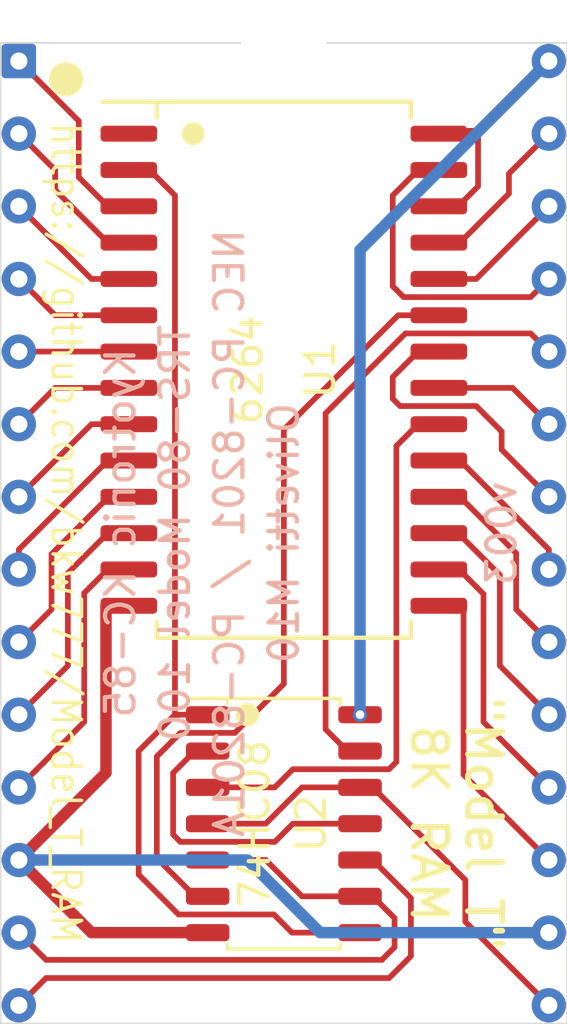
<source format=kicad_pcb>
(kicad_pcb (version 20171130) (host pcbnew 5.1.9-73d0e3b20d~88~ubuntu20.10.1)

  (general
    (thickness 1.6)
    (drawings 13)
    (tracks 150)
    (zones 0)
    (modules 4)
    (nets 32)
  )

  (page USLetter)
  (title_block
    (title "Model T RAM Module")
    (date 2021-04-20)
    (rev 003)
    (company b.kenyon.w@gmail.com)
  )

  (layers
    (0 F.Cu signal)
    (31 B.Cu signal)
    (32 B.Adhes user hide)
    (33 F.Adhes user hide)
    (34 B.Paste user hide)
    (35 F.Paste user hide)
    (36 B.SilkS user)
    (37 F.SilkS user)
    (38 B.Mask user)
    (39 F.Mask user)
    (40 Dwgs.User user)
    (41 Cmts.User user hide)
    (42 Eco1.User user hide)
    (43 Eco2.User user hide)
    (44 Edge.Cuts user)
    (45 Margin user hide)
    (46 B.CrtYd user hide)
    (47 F.CrtYd user hide)
  )

  (setup
    (last_trace_width 0.2)
    (user_trace_width 0.4)
    (trace_clearance 0.2)
    (zone_clearance 0.508)
    (zone_45_only no)
    (trace_min 0.2)
    (via_size 0.5)
    (via_drill 0.3)
    (via_min_size 0.5)
    (via_min_drill 0.3)
    (user_via 1.2 0.6)
    (uvia_size 0.5)
    (uvia_drill 0.3)
    (uvias_allowed no)
    (uvia_min_size 0.5)
    (uvia_min_drill 0.3)
    (edge_width 0.05)
    (segment_width 0.2)
    (pcb_text_width 0.3)
    (pcb_text_size 1.5 1.5)
    (mod_edge_width 0.12)
    (mod_text_size 1 1)
    (mod_text_width 0.15)
    (pad_size 1.524 1.524)
    (pad_drill 0.762)
    (pad_to_mask_clearance 0)
    (solder_mask_min_width 0.22)
    (aux_axis_origin 0 0)
    (grid_origin 142.24 99.06)
    (visible_elements FFFFFF7F)
    (pcbplotparams
      (layerselection 0x010f0_ffffffff)
      (usegerberextensions false)
      (usegerberattributes true)
      (usegerberadvancedattributes true)
      (creategerberjobfile true)
      (excludeedgelayer true)
      (linewidth 0.100000)
      (plotframeref false)
      (viasonmask false)
      (mode 1)
      (useauxorigin false)
      (hpglpennumber 1)
      (hpglpenspeed 20)
      (hpglpendiameter 15.000000)
      (psnegative false)
      (psa4output false)
      (plotreference true)
      (plotvalue true)
      (plotinvisibletext false)
      (padsonsilk false)
      (subtractmaskfromsilk false)
      (outputformat 1)
      (mirror false)
      (drillshape 0)
      (scaleselection 1)
      (outputdirectory "GERBER_Model_T_RAM"))
  )

  (net 0 "")
  (net 1 /~CS_C)
  (net 2 /~CS_D)
  (net 3 GND)
  (net 4 /~CS_A)
  (net 5 /~CS_B)
  (net 6 VCC)
  (net 7 /A11)
  (net 8 /A12)
  (net 9 /A7)
  (net 10 /A6)
  (net 11 /A5)
  (net 12 /AD3)
  (net 13 /A4)
  (net 14 /AD4)
  (net 15 /A3)
  (net 16 /AD5)
  (net 17 /A2)
  (net 18 /AD6)
  (net 19 /A1)
  (net 20 /AD7)
  (net 21 /A0)
  (net 22 /~OE)
  (net 23 /AD0)
  (net 24 /A10)
  (net 25 /AD1)
  (net 26 /AD2)
  (net 27 /~WE)
  (net 28 /A9)
  (net 29 /A8)
  (net 30 /~CE)
  (net 31 "Net-(U2-Pad11)")

  (net_class Default "This is the default net class."
    (clearance 0.2)
    (trace_width 0.2)
    (via_dia 0.5)
    (via_drill 0.3)
    (uvia_dia 0.5)
    (uvia_drill 0.3)
    (add_net /A0)
    (add_net /A1)
    (add_net /A10)
    (add_net /A11)
    (add_net /A12)
    (add_net /A2)
    (add_net /A3)
    (add_net /A4)
    (add_net /A5)
    (add_net /A6)
    (add_net /A7)
    (add_net /A8)
    (add_net /A9)
    (add_net /AD0)
    (add_net /AD1)
    (add_net /AD2)
    (add_net /AD3)
    (add_net /AD4)
    (add_net /AD5)
    (add_net /AD6)
    (add_net /AD7)
    (add_net /~CE)
    (add_net /~CS_A)
    (add_net /~CS_B)
    (add_net /~CS_C)
    (add_net /~CS_D)
    (add_net /~OE)
    (add_net /~WE)
    (add_net GND)
    (add_net "Net-(U2-Pad11)")
    (add_net VCC)
  )

  (module 000_LOCAL:SOIC-14_3.9x8.7mm_P1.27mm (layer F.Cu) (tedit 607E2016) (tstamp 607F0C15)
    (at 142.24 109.22)
    (descr "SOIC, 14 Pin (JEDEC MS-012AB, https://www.analog.com/media/en/package-pcb-resources/package/pkg_pdf/soic_narrow-r/r_14.pdf), generated with kicad-footprint-generator ipc_gullwing_generator.py")
    (tags "SOIC SO")
    (path /608031FE)
    (attr smd)
    (fp_text reference U2 (at 0.9525 0 -90) (layer F.SilkS)
      (effects (font (size 1 1) (thickness 0.15)))
    )
    (fp_text value 74HC08 (at -1.016 0 -90) (layer F.SilkS)
      (effects (font (size 1 1) (thickness 0.15)))
    )
    (fp_circle (center -1.27 -3.81) (end -1.0668 -3.81) (layer F.SilkS) (width 0.4064))
    (fp_line (start -1.9685 -4.191) (end -1.9685 -4.3815) (layer F.SilkS) (width 0.12))
    (fp_line (start 1.9685 -4.191) (end 1.9685 -4.3815) (layer F.SilkS) (width 0.12))
    (fp_line (start -3.3655 -4.3815) (end 1.9685 -4.3815) (layer F.SilkS) (width 0.12))
    (fp_line (start 1.9685 4.3815) (end 1.9685 4.191) (layer F.SilkS) (width 0.12))
    (fp_line (start -1.9685 4.3815) (end 1.9685 4.3815) (layer F.SilkS) (width 0.12))
    (fp_line (start -1.9685 4.191) (end -1.9685 4.3815) (layer F.SilkS) (width 0.12))
    (fp_line (start -0.975 -4.325) (end 1.95 -4.325) (layer F.Fab) (width 0.1))
    (fp_line (start 1.95 -4.325) (end 1.95 4.325) (layer F.Fab) (width 0.1))
    (fp_line (start 1.95 4.325) (end -1.95 4.325) (layer F.Fab) (width 0.1))
    (fp_line (start -1.95 4.325) (end -1.95 -3.35) (layer F.Fab) (width 0.1))
    (fp_line (start -1.95 -3.35) (end -0.975 -4.325) (layer F.Fab) (width 0.1))
    (fp_line (start -3.7 -4.58) (end -3.7 4.58) (layer F.CrtYd) (width 0.05))
    (fp_line (start -3.7 4.58) (end 3.7 4.58) (layer F.CrtYd) (width 0.05))
    (fp_line (start 3.7 4.58) (end 3.7 -4.58) (layer F.CrtYd) (width 0.05))
    (fp_line (start 3.7 -4.58) (end -3.7 -4.58) (layer F.CrtYd) (width 0.05))
    (fp_text user %R (at 0 0) (layer F.Fab)
      (effects (font (size 0.98 0.98) (thickness 0.15)))
    )
    (pad 14 smd roundrect (at 2.6655 -3.81) (size 1.524 0.6) (layers F.Cu F.Paste F.Mask) (roundrect_rratio 0.25)
      (net 6 VCC))
    (pad 13 smd roundrect (at 2.6655 -2.54) (size 1.524 0.6) (layers F.Cu F.Paste F.Mask) (roundrect_rratio 0.25)
      (net 2 /~CS_D))
    (pad 12 smd roundrect (at 2.6655 -1.27) (size 1.524 0.6) (layers F.Cu F.Paste F.Mask) (roundrect_rratio 0.25)
      (net 1 /~CS_C))
    (pad 11 smd roundrect (at 2.6655 0) (size 1.524 0.6) (layers F.Cu F.Paste F.Mask) (roundrect_rratio 0.25)
      (net 31 "Net-(U2-Pad11)"))
    (pad 10 smd roundrect (at 2.6655 1.27) (size 1.524 0.6) (layers F.Cu F.Paste F.Mask) (roundrect_rratio 0.25)
      (net 5 /~CS_B))
    (pad 9 smd roundrect (at 2.6655 2.54) (size 1.524 0.6) (layers F.Cu F.Paste F.Mask) (roundrect_rratio 0.25)
      (net 4 /~CS_A))
    (pad 8 smd roundrect (at 2.6655 3.81) (size 1.524 0.6) (layers F.Cu F.Paste F.Mask) (roundrect_rratio 0.25)
      (net 8 /A12))
    (pad 7 smd roundrect (at -2.6655 3.81) (size 1.524 0.6) (layers F.Cu F.Paste F.Mask) (roundrect_rratio 0.25)
      (net 3 GND))
    (pad 6 smd roundrect (at -2.6655 2.54) (size 1.524 0.6) (layers F.Cu F.Paste F.Mask) (roundrect_rratio 0.25)
      (net 7 /A11))
    (pad 5 smd roundrect (at -2.6655 1.27) (size 1.524 0.6) (layers F.Cu F.Paste F.Mask) (roundrect_rratio 0.25)
      (net 4 /~CS_A))
    (pad 4 smd roundrect (at -2.6655 0) (size 1.524 0.6) (layers F.Cu F.Paste F.Mask) (roundrect_rratio 0.25)
      (net 1 /~CS_C))
    (pad 3 smd roundrect (at -2.6655 -1.27) (size 1.524 0.6) (layers F.Cu F.Paste F.Mask) (roundrect_rratio 0.25)
      (net 30 /~CE))
    (pad 2 smd roundrect (at -2.6655 -2.54) (size 1.524 0.6) (layers F.Cu F.Paste F.Mask) (roundrect_rratio 0.25)
      (net 31 "Net-(U2-Pad11)"))
    (pad 1 smd roundrect (at -2.6655 -3.81) (size 1.524 0.6) (layers F.Cu F.Paste F.Mask) (roundrect_rratio 0.25)
      (net 8 /A12))
    (model ${KIPRJMOD}/000_LOCAL.pretty/packages3d/SOIC-14_3.9x8.7mm_P1.27mm.step
      (at (xyz 0 0 0))
      (scale (xyz 1 1 1))
      (rotate (xyz 0 0 0))
    )
  )

  (module 000_LOCAL:AS6C6264-55SCN (layer F.Cu) (tedit 6074F0E5) (tstamp 6075359D)
    (at 142.24 93.345)
    (path /60748B1A)
    (attr smd)
    (fp_text reference U1 (at 1.27 0 -90) (layer F.SilkS)
      (effects (font (size 1 1) (thickness 0.15)))
    )
    (fp_text value 6264 (at -1.27 0 -90) (layer F.SilkS)
      (effects (font (size 1 1) (thickness 0.15)))
    )
    (fp_circle (center -3.175 -8.255) (end -2.975 -8.255) (layer F.SilkS) (width 0.4))
    (fp_line (start 4.445 -8.81634) (end 4.445 -9.3726) (layer F.SilkS) (width 0.1524))
    (fp_line (start -4.445 8.81634) (end -4.445 9.3726) (layer F.SilkS) (width 0.1524))
    (fp_line (start -4.445 -9.3726) (end -4.445 -8.81634) (layer F.SilkS) (width 0.1524))
    (fp_line (start 4.445 -9.3726) (end -6.35 -9.3726) (layer F.SilkS) (width 0.1524))
    (fp_line (start 4.445 9.3726) (end 4.445 8.81634) (layer F.SilkS) (width 0.1524))
    (fp_line (start -4.445 9.3726) (end 4.445 9.3726) (layer F.SilkS) (width 0.1524))
    (pad 28 smd roundrect (at 5.4229 -8.255) (size 1.9812 0.5588) (layers F.Cu F.Paste F.Mask) (roundrect_rratio 0.25)
      (net 6 VCC))
    (pad 27 smd roundrect (at 5.4229 -6.985) (size 1.9812 0.5588) (layers F.Cu F.Paste F.Mask) (roundrect_rratio 0.25)
      (net 27 /~WE))
    (pad 26 smd roundrect (at 5.4229 -5.715) (size 1.9812 0.5588) (layers F.Cu F.Paste F.Mask) (roundrect_rratio 0.25)
      (net 6 VCC))
    (pad 25 smd roundrect (at 5.4229 -4.445) (size 1.9812 0.5588) (layers F.Cu F.Paste F.Mask) (roundrect_rratio 0.25)
      (net 29 /A8))
    (pad 24 smd roundrect (at 5.4229 -3.175) (size 1.9812 0.5588) (layers F.Cu F.Paste F.Mask) (roundrect_rratio 0.25)
      (net 28 /A9))
    (pad 23 smd roundrect (at 5.4229 -1.905) (size 1.9812 0.5588) (layers F.Cu F.Paste F.Mask) (roundrect_rratio 0.25)
      (net 7 /A11))
    (pad 22 smd roundrect (at 5.4229 -0.635) (size 1.9812 0.5588) (layers F.Cu F.Paste F.Mask) (roundrect_rratio 0.25)
      (net 22 /~OE))
    (pad 21 smd roundrect (at 5.4229 0.635) (size 1.9812 0.5588) (layers F.Cu F.Paste F.Mask) (roundrect_rratio 0.25)
      (net 24 /A10))
    (pad 20 smd roundrect (at 5.4229 1.905) (size 1.9812 0.5588) (layers F.Cu F.Paste F.Mask) (roundrect_rratio 0.25)
      (net 30 /~CE))
    (pad 19 smd roundrect (at 5.4229 3.175) (size 1.9812 0.5588) (layers F.Cu F.Paste F.Mask) (roundrect_rratio 0.25)
      (net 20 /AD7))
    (pad 18 smd roundrect (at 5.4229 4.445) (size 1.9812 0.5588) (layers F.Cu F.Paste F.Mask) (roundrect_rratio 0.25)
      (net 18 /AD6))
    (pad 17 smd roundrect (at 5.4229 5.715) (size 1.9812 0.5588) (layers F.Cu F.Paste F.Mask) (roundrect_rratio 0.25)
      (net 16 /AD5))
    (pad 16 smd roundrect (at 5.4229 6.985) (size 1.9812 0.5588) (layers F.Cu F.Paste F.Mask) (roundrect_rratio 0.25)
      (net 14 /AD4))
    (pad 15 smd roundrect (at 5.4229 8.255) (size 1.9812 0.5588) (layers F.Cu F.Paste F.Mask) (roundrect_rratio 0.25)
      (net 12 /AD3))
    (pad 14 smd roundrect (at -5.4229 8.255) (size 1.9812 0.5588) (layers F.Cu F.Paste F.Mask) (roundrect_rratio 0.25)
      (net 3 GND))
    (pad 13 smd roundrect (at -5.4229 6.985) (size 1.9812 0.5588) (layers F.Cu F.Paste F.Mask) (roundrect_rratio 0.25)
      (net 26 /AD2))
    (pad 12 smd roundrect (at -5.4229 5.715) (size 1.9812 0.5588) (layers F.Cu F.Paste F.Mask) (roundrect_rratio 0.25)
      (net 25 /AD1))
    (pad 11 smd roundrect (at -5.4229 4.445) (size 1.9812 0.5588) (layers F.Cu F.Paste F.Mask) (roundrect_rratio 0.25)
      (net 23 /AD0))
    (pad 10 smd roundrect (at -5.4229 3.175) (size 1.9812 0.5588) (layers F.Cu F.Paste F.Mask) (roundrect_rratio 0.25)
      (net 21 /A0))
    (pad 9 smd roundrect (at -5.4229 1.905) (size 1.9812 0.5588) (layers F.Cu F.Paste F.Mask) (roundrect_rratio 0.25)
      (net 19 /A1))
    (pad 8 smd roundrect (at -5.4229 0.635) (size 1.9812 0.5588) (layers F.Cu F.Paste F.Mask) (roundrect_rratio 0.25)
      (net 17 /A2))
    (pad 7 smd roundrect (at -5.4229 -0.635) (size 1.9812 0.5588) (layers F.Cu F.Paste F.Mask) (roundrect_rratio 0.25)
      (net 15 /A3))
    (pad 6 smd roundrect (at -5.4229 -1.905) (size 1.9812 0.5588) (layers F.Cu F.Paste F.Mask) (roundrect_rratio 0.25)
      (net 13 /A4))
    (pad 5 smd roundrect (at -5.4229 -3.175) (size 1.9812 0.5588) (layers F.Cu F.Paste F.Mask) (roundrect_rratio 0.25)
      (net 11 /A5))
    (pad 4 smd roundrect (at -5.4229 -4.445) (size 1.9812 0.5588) (layers F.Cu F.Paste F.Mask) (roundrect_rratio 0.25)
      (net 10 /A6))
    (pad 3 smd roundrect (at -5.4229 -5.715) (size 1.9812 0.5588) (layers F.Cu F.Paste F.Mask) (roundrect_rratio 0.25)
      (net 9 /A7))
    (pad 2 smd roundrect (at -5.4229 -6.985) (size 1.9812 0.5588) (layers F.Cu F.Paste F.Mask) (roundrect_rratio 0.25)
      (net 8 /A12))
    (pad 1 smd roundrect (at -5.4229 -8.255) (size 1.9812 0.5588) (layers F.Cu F.Paste F.Mask) (roundrect_rratio 0.25))
    (model ${KIPRJMOD}/000_LOCAL.pretty/packages3d/SOP-28_MIL330_ALL.step
      (at (xyz 0 0 0))
      (scale (xyz 1 1 1))
      (rotate (xyz 0 0 0))
    )
  )

  (module 000_LOCAL:NPTH_3mm (layer F.Cu) (tedit 6074CF23) (tstamp 60756BA2)
    (at 142.24 81.915)
    (fp_text reference REF** (at 0 2 unlocked) (layer F.SilkS) hide
      (effects (font (size 1 1) (thickness 0.1)))
    )
    (fp_text value NPTH_3mm (at 0 -2) (layer F.Fab)
      (effects (font (size 1 1) (thickness 0.1)))
    )
    (pad "" np_thru_hole circle (at 0 0) (size 3 3) (drill 3) (layers *.Cu *.Mask))
  )

  (module 000_LOCAL:DIP28_0.73_pcb_sil_pins (layer F.Cu) (tedit 6074CBA6) (tstamp 6074D6F1)
    (at 142.24 99.06)
    (descr "28-lead though-hole mounted DIP package, row spacing 15.24 mm (600 mils)")
    (tags "THT DIP DIL PDIP 2.54mm 15.24mm 600mil")
    (path /60746CE1)
    (fp_text reference J1 (at 0 0 -90) (layer F.SilkS) hide
      (effects (font (size 1 1) (thickness 0.15)))
    )
    (fp_text value KC-85_RAM (at -1.5 0 -90) (layer F.Fab)
      (effects (font (size 1 1) (thickness 0.15)))
    )
    (fp_line (start 9.8806 -17.1196) (end -9.8806 -17.1196) (layer F.CrtYd) (width 0.01))
    (fp_line (start 9.8806 17.1196) (end 9.8806 -17.1196) (layer F.CrtYd) (width 0.01))
    (fp_line (start -9.8806 17.1196) (end 9.8806 17.1196) (layer F.CrtYd) (width 0.01))
    (fp_line (start -9.8806 -17.1196) (end -9.8806 17.1196) (layer F.CrtYd) (width 0.01))
    (fp_text user %R (at 0 0 -90) (layer F.Fab)
      (effects (font (size 1 1) (thickness 0.15)))
    )
    (pad 1 thru_hole roundrect (at -9.271 -16.51) (size 1.2 1.2) (drill 0.6) (layers *.Cu *.Mask) (roundrect_rratio 0.1)
      (net 9 /A7))
    (pad 15 thru_hole circle (at 9.271 16.51) (size 1.2 1.2) (drill 0.6) (layers *.Cu *.Mask)
      (net 1 /~CS_C))
    (pad 2 thru_hole circle (at -9.271 -13.97) (size 1.2 1.2) (drill 0.6) (layers *.Cu *.Mask)
      (net 10 /A6))
    (pad 16 thru_hole circle (at 9.271 13.97) (size 1.2 1.2) (drill 0.6) (layers *.Cu *.Mask)
      (net 3 GND))
    (pad 3 thru_hole circle (at -9.271 -11.43) (size 1.2 1.2) (drill 0.6) (layers *.Cu *.Mask)
      (net 11 /A5))
    (pad 17 thru_hole circle (at 9.271 11.43) (size 1.2 1.2) (drill 0.6) (layers *.Cu *.Mask)
      (net 12 /AD3))
    (pad 4 thru_hole circle (at -9.271 -8.89) (size 1.2 1.2) (drill 0.6) (layers *.Cu *.Mask)
      (net 13 /A4))
    (pad 18 thru_hole circle (at 9.271 8.89) (size 1.2 1.2) (drill 0.6) (layers *.Cu *.Mask)
      (net 14 /AD4))
    (pad 5 thru_hole circle (at -9.271 -6.35) (size 1.2 1.2) (drill 0.6) (layers *.Cu *.Mask)
      (net 15 /A3))
    (pad 19 thru_hole circle (at 9.271 6.35) (size 1.2 1.2) (drill 0.6) (layers *.Cu *.Mask)
      (net 16 /AD5))
    (pad 6 thru_hole circle (at -9.271 -3.81) (size 1.2 1.2) (drill 0.6) (layers *.Cu *.Mask)
      (net 17 /A2))
    (pad 20 thru_hole circle (at 9.271 3.81) (size 1.2 1.2) (drill 0.6) (layers *.Cu *.Mask)
      (net 18 /AD6))
    (pad 7 thru_hole circle (at -9.271 -1.27) (size 1.2 1.2) (drill 0.6) (layers *.Cu *.Mask)
      (net 19 /A1))
    (pad 21 thru_hole circle (at 9.271 1.27) (size 1.2 1.2) (drill 0.6) (layers *.Cu *.Mask)
      (net 20 /AD7))
    (pad 8 thru_hole circle (at -9.271 1.27) (size 1.2 1.2) (drill 0.6) (layers *.Cu *.Mask)
      (net 21 /A0))
    (pad 22 thru_hole circle (at 9.271 -1.27) (size 1.2 1.2) (drill 0.6) (layers *.Cu *.Mask)
      (net 22 /~OE))
    (pad 9 thru_hole circle (at -9.271 3.81) (size 1.2 1.2) (drill 0.6) (layers *.Cu *.Mask)
      (net 23 /AD0))
    (pad 23 thru_hole circle (at 9.271 -3.81) (size 1.2 1.2) (drill 0.6) (layers *.Cu *.Mask)
      (net 24 /A10))
    (pad 10 thru_hole circle (at -9.271 6.35) (size 1.2 1.2) (drill 0.6) (layers *.Cu *.Mask)
      (net 25 /AD1))
    (pad 24 thru_hole circle (at 9.271 -6.35) (size 1.2 1.2) (drill 0.6) (layers *.Cu *.Mask)
      (net 2 /~CS_D))
    (pad 11 thru_hole circle (at -9.271 8.89) (size 1.2 1.2) (drill 0.6) (layers *.Cu *.Mask)
      (net 26 /AD2))
    (pad 25 thru_hole circle (at 9.271 -8.89) (size 1.2 1.2) (drill 0.6) (layers *.Cu *.Mask)
      (net 27 /~WE))
    (pad 12 thru_hole circle (at -9.271 11.43) (size 1.2 1.2) (drill 0.6) (layers *.Cu *.Mask)
      (net 3 GND))
    (pad 26 thru_hole circle (at 9.271 -11.43) (size 1.2 1.2) (drill 0.6) (layers *.Cu *.Mask)
      (net 28 /A9))
    (pad 13 thru_hole circle (at -9.271 13.97) (size 1.2 1.2) (drill 0.6) (layers *.Cu *.Mask)
      (net 4 /~CS_A))
    (pad 27 thru_hole circle (at 9.271 -13.97) (size 1.2 1.2) (drill 0.6) (layers *.Cu *.Mask)
      (net 29 /A8))
    (pad 14 thru_hole circle (at -9.271 16.51) (size 1.2 1.2) (drill 0.6) (layers *.Cu *.Mask)
      (net 5 /~CS_B))
    (pad 28 thru_hole circle (at 9.271 -16.51) (size 1.2 1.2) (drill 0.6) (layers *.Cu *.Mask)
      (net 6 VCC))
    (model ${KIPRJMOD}/000_LOCAL.pretty/packages3d/DIL_LEG.step
      (offset (xyz -9.271000000000001 16.51 0.18034))
      (scale (xyz 1 1 1))
      (rotate (xyz 0 0 0))
    )
    (model ${KIPRJMOD}/000_LOCAL.pretty/packages3d/DIL_LEG.step
      (offset (xyz -9.271000000000001 13.97 0.18034))
      (scale (xyz 1 1 1))
      (rotate (xyz 0 0 0))
    )
    (model ${KIPRJMOD}/000_LOCAL.pretty/packages3d/DIL_LEG.step
      (offset (xyz -9.271000000000001 11.43 0.18034))
      (scale (xyz 1 1 1))
      (rotate (xyz 0 0 0))
    )
    (model ${KIPRJMOD}/000_LOCAL.pretty/packages3d/DIL_LEG.step
      (offset (xyz -9.271000000000001 8.890000000000001 0.18034))
      (scale (xyz 1 1 1))
      (rotate (xyz 0 0 0))
    )
    (model ${KIPRJMOD}/000_LOCAL.pretty/packages3d/DIL_LEG.step
      (offset (xyz -9.271000000000001 6.35 0.18034))
      (scale (xyz 1 1 1))
      (rotate (xyz 0 0 0))
    )
    (model ${KIPRJMOD}/000_LOCAL.pretty/packages3d/DIL_LEG.step
      (offset (xyz -9.271000000000001 3.81 0.18034))
      (scale (xyz 1 1 1))
      (rotate (xyz 0 0 0))
    )
    (model ${KIPRJMOD}/000_LOCAL.pretty/packages3d/DIL_LEG.step
      (offset (xyz -9.271000000000001 1.27 0.18034))
      (scale (xyz 1 1 1))
      (rotate (xyz 0 0 0))
    )
    (model ${KIPRJMOD}/000_LOCAL.pretty/packages3d/DIL_LEG.step
      (offset (xyz -9.271000000000001 -1.27 0.18034))
      (scale (xyz 1 1 1))
      (rotate (xyz 0 0 0))
    )
    (model ${KIPRJMOD}/000_LOCAL.pretty/packages3d/DIL_LEG.step
      (offset (xyz -9.271000000000001 -3.81 0.18034))
      (scale (xyz 1 1 1))
      (rotate (xyz 0 0 0))
    )
    (model ${KIPRJMOD}/000_LOCAL.pretty/packages3d/DIL_LEG.step
      (offset (xyz -9.271000000000001 -6.35 0.18034))
      (scale (xyz 1 1 1))
      (rotate (xyz 0 0 0))
    )
    (model ${KIPRJMOD}/000_LOCAL.pretty/packages3d/DIL_LEG.step
      (offset (xyz -9.271000000000001 -8.890000000000001 0.18034))
      (scale (xyz 1 1 1))
      (rotate (xyz 0 0 0))
    )
    (model ${KIPRJMOD}/000_LOCAL.pretty/packages3d/DIL_LEG.step
      (offset (xyz -9.271000000000001 -11.43 0.18034))
      (scale (xyz 1 1 1))
      (rotate (xyz 0 0 0))
    )
    (model ${KIPRJMOD}/000_LOCAL.pretty/packages3d/DIL_LEG.step
      (offset (xyz -9.271000000000001 -13.97 0.18034))
      (scale (xyz 1 1 1))
      (rotate (xyz 0 0 0))
    )
    (model ${KIPRJMOD}/000_LOCAL.pretty/packages3d/DIL_LEG.step
      (offset (xyz -9.271000000000001 -16.51 0.18034))
      (scale (xyz 1 1 1))
      (rotate (xyz 0 0 0))
    )
    (model ${KIPRJMOD}/000_LOCAL.pretty/packages3d/DIL_LEG.step
      (offset (xyz 9.271000000000001 -16.51 0.18034))
      (scale (xyz 1 1 1))
      (rotate (xyz 0 0 0))
    )
    (model ${KIPRJMOD}/000_LOCAL.pretty/packages3d/DIL_LEG.step
      (offset (xyz 9.271000000000001 -13.97 0.18034))
      (scale (xyz 1 1 1))
      (rotate (xyz 0 0 0))
    )
    (model ${KIPRJMOD}/000_LOCAL.pretty/packages3d/DIL_LEG.step
      (offset (xyz 9.271000000000001 -11.43 0.18034))
      (scale (xyz 1 1 1))
      (rotate (xyz 0 0 0))
    )
    (model ${KIPRJMOD}/000_LOCAL.pretty/packages3d/DIL_LEG.step
      (offset (xyz 9.271000000000001 -8.890000000000001 0.18034))
      (scale (xyz 1 1 1))
      (rotate (xyz 0 0 0))
    )
    (model ${KIPRJMOD}/000_LOCAL.pretty/packages3d/DIL_LEG.step
      (offset (xyz 9.271000000000001 -6.35 0.18034))
      (scale (xyz 1 1 1))
      (rotate (xyz 0 0 0))
    )
    (model ${KIPRJMOD}/000_LOCAL.pretty/packages3d/DIL_LEG.step
      (offset (xyz 9.271000000000001 -3.81 0.18034))
      (scale (xyz 1 1 1))
      (rotate (xyz 0 0 0))
    )
    (model ${KIPRJMOD}/000_LOCAL.pretty/packages3d/DIL_LEG.step
      (offset (xyz 9.271000000000001 -1.27 0.18034))
      (scale (xyz 1 1 1))
      (rotate (xyz 0 0 0))
    )
    (model ${KIPRJMOD}/000_LOCAL.pretty/packages3d/DIL_LEG.step
      (offset (xyz 9.271000000000001 1.27 0.18034))
      (scale (xyz 1 1 1))
      (rotate (xyz 0 0 0))
    )
    (model ${KIPRJMOD}/000_LOCAL.pretty/packages3d/DIL_LEG.step
      (offset (xyz 9.271000000000001 3.81 0.18034))
      (scale (xyz 1 1 1))
      (rotate (xyz 0 0 0))
    )
    (model ${KIPRJMOD}/000_LOCAL.pretty/packages3d/DIL_LEG.step
      (offset (xyz 9.271000000000001 6.35 0.18034))
      (scale (xyz 1 1 1))
      (rotate (xyz 0 0 0))
    )
    (model ${KIPRJMOD}/000_LOCAL.pretty/packages3d/DIL_LEG.step
      (offset (xyz 9.271000000000001 8.890000000000001 0.18034))
      (scale (xyz 1 1 1))
      (rotate (xyz 0 0 0))
    )
    (model ${KIPRJMOD}/000_LOCAL.pretty/packages3d/DIL_LEG.step
      (offset (xyz 9.271000000000001 11.43 0.18034))
      (scale (xyz 1 1 1))
      (rotate (xyz 0 0 0))
    )
    (model ${KIPRJMOD}/000_LOCAL.pretty/packages3d/DIL_LEG.step
      (offset (xyz 9.271000000000001 13.97 0.18034))
      (scale (xyz 1 1 1))
      (rotate (xyz 0 0 0))
    )
    (model ${KIPRJMOD}/000_LOCAL.pretty/packages3d/DIL_LEG.step
      (offset (xyz 9.271000000000001 16.51 0.18034))
      (scale (xyz 1 1 1))
      (rotate (xyz 0 0 0))
    )
  )

  (gr_text v003 (at 149.86 99.06 90) (layer B.SilkS)
    (effects (font (size 1 1) (thickness 0.15)) (justify mirror))
  )
  (gr_text "Olivetti M10" (at 142.24 99.06 90) (layer B.SilkS) (tstamp 6075FF6C)
    (effects (font (size 1 1) (thickness 0.15)) (justify mirror))
  )
  (gr_text "NEC PC-8201 / PC-8201A" (at 140.335 99.06 90) (layer B.SilkS) (tstamp 6075FF6A)
    (effects (font (size 1 1) (thickness 0.15)) (justify mirror))
  )
  (gr_text "Kyotronic KC-85" (at 136.525 99.06 90) (layer B.SilkS) (tstamp 6075FF68)
    (effects (font (size 1 1) (thickness 0.15)) (justify mirror))
  )
  (gr_text "TRS-80 Model 100" (at 138.43 99.06 -270) (layer B.SilkS)
    (effects (font (size 1 1) (thickness 0.15)) (justify mirror))
  )
  (gr_text https://github.com/bkw777/Model_T_RAM (at 134.62 99.06 -90) (layer F.SilkS)
    (effects (font (size 1 0.9) (thickness 0.12)))
  )
  (gr_circle (center 134.62 83.185) (end 134.92 83.185) (layer F.SilkS) (width 0.6))
  (gr_text "8K RAM" (at 147.32 109.22 -90) (layer F.SilkS) (tstamp 607587F3)
    (effects (font (size 1.2 1.2) (thickness 0.2)))
  )
  (gr_text "\"Model T\"" (at 149.225 109.22 -90) (layer F.SilkS)
    (effects (font (size 1.2 1.2) (thickness 0.2)))
  )
  (gr_line (start 152.146 81.915) (end 132.334 81.915) (layer Edge.Cuts) (width 0.05) (tstamp 6074DB6C))
  (gr_line (start 152.146 116.205) (end 152.146 81.915) (layer Edge.Cuts) (width 0.05))
  (gr_line (start 132.334 116.205) (end 152.146 116.205) (layer Edge.Cuts) (width 0.05))
  (gr_line (start 132.334 81.915) (end 132.334 116.205) (layer Edge.Cuts) (width 0.05))

  (segment (start 142.875 107.95) (end 144.9055 107.95) (width 0.2) (layer F.Cu) (net 1))
  (segment (start 141.605 109.22) (end 142.875 107.95) (width 0.2) (layer F.Cu) (net 1))
  (segment (start 139.5745 109.22) (end 141.605 109.22) (width 0.2) (layer F.Cu) (net 1))
  (segment (start 148.59 112.649) (end 151.511 115.57) (width 0.2) (layer F.Cu) (net 1))
  (segment (start 148.59 111.1885) (end 148.59 112.649) (width 0.2) (layer F.Cu) (net 1))
  (segment (start 145.3515 107.95) (end 148.59 111.1885) (width 0.2) (layer F.Cu) (net 1))
  (segment (start 144.9055 107.95) (end 145.3515 107.95) (width 0.2) (layer F.Cu) (net 1))
  (segment (start 150.876 92.075) (end 151.511 92.71) (width 0.2) (layer F.Cu) (net 2))
  (segment (start 146.4945 92.075) (end 150.876 92.075) (width 0.2) (layer F.Cu) (net 2))
  (segment (start 143.7005 94.869) (end 146.4945 92.075) (width 0.2) (layer F.Cu) (net 2))
  (segment (start 143.7005 105.918) (end 143.7005 94.869) (width 0.2) (layer F.Cu) (net 2))
  (segment (start 144.4625 106.68) (end 143.7005 105.918) (width 0.2) (layer F.Cu) (net 2))
  (segment (start 144.9055 106.68) (end 144.4625 106.68) (width 0.2) (layer F.Cu) (net 2))
  (segment (start 136.017 107.442) (end 132.969 110.49) (width 0.4) (layer F.Cu) (net 3))
  (segment (start 136.017 101.6) (end 136.017 107.442) (width 0.4) (layer F.Cu) (net 3))
  (segment (start 136.8171 101.6) (end 136.017 101.6) (width 0.4) (layer F.Cu) (net 3))
  (segment (start 143.51 113.03) (end 151.511 113.03) (width 0.4) (layer B.Cu) (net 3))
  (segment (start 140.97 110.49) (end 143.51 113.03) (width 0.4) (layer B.Cu) (net 3))
  (segment (start 132.969 110.49) (end 140.97 110.49) (width 0.4) (layer B.Cu) (net 3))
  (segment (start 135.509 113.03) (end 132.969 110.49) (width 0.4) (layer F.Cu) (net 3))
  (segment (start 139.5745 113.03) (end 135.509 113.03) (width 0.4) (layer F.Cu) (net 3))
  (segment (start 142.875 111.76) (end 144.9055 111.76) (width 0.2) (layer F.Cu) (net 4))
  (segment (start 141.605 110.49) (end 142.875 111.76) (width 0.2) (layer F.Cu) (net 4))
  (segment (start 139.5745 110.49) (end 141.605 110.49) (width 0.2) (layer F.Cu) (net 4))
  (segment (start 145.3515 111.76) (end 144.9055 111.76) (width 0.2) (layer F.Cu) (net 4))
  (segment (start 146.1135 112.522) (end 145.3515 111.76) (width 0.2) (layer F.Cu) (net 4))
  (segment (start 146.1135 113.538) (end 146.1135 112.522) (width 0.2) (layer F.Cu) (net 4))
  (segment (start 145.669 113.9825) (end 146.1135 113.538) (width 0.2) (layer F.Cu) (net 4))
  (segment (start 133.9215 113.9825) (end 145.669 113.9825) (width 0.2) (layer F.Cu) (net 4))
  (segment (start 132.969 113.03) (end 133.9215 113.9825) (width 0.2) (layer F.Cu) (net 4))
  (segment (start 145.3515 110.49) (end 144.9055 110.49) (width 0.2) (layer F.Cu) (net 5))
  (segment (start 146.685 111.8235) (end 145.3515 110.49) (width 0.2) (layer F.Cu) (net 5))
  (segment (start 145.923 114.6175) (end 146.685 113.8555) (width 0.2) (layer F.Cu) (net 5))
  (segment (start 146.685 113.8555) (end 146.685 111.8235) (width 0.2) (layer F.Cu) (net 5))
  (segment (start 133.9215 114.6175) (end 145.923 114.6175) (width 0.2) (layer F.Cu) (net 5))
  (segment (start 132.969 115.57) (end 133.9215 114.6175) (width 0.2) (layer F.Cu) (net 5))
  (segment (start 148.971 85.09) (end 151.511 82.55) (width 0.4) (layer F.Cu) (net 6))
  (segment (start 148.971 85.09) (end 147.6629 85.09) (width 0.4) (layer F.Cu) (net 6))
  (segment (start 144.9055 89.1555) (end 151.511 82.55) (width 0.4) (layer B.Cu) (net 6))
  (segment (start 144.9055 105.41) (end 144.9055 89.1555) (width 0.4) (layer B.Cu) (net 6))
  (via (at 144.9055 105.41) (size 0.5) (drill 0.3) (layers F.Cu B.Cu) (net 6))
  (segment (start 149.0345 86.9315) (end 149.0345 85.1535) (width 0.2) (layer F.Cu) (net 6))
  (segment (start 148.336 87.63) (end 149.0345 86.9315) (width 0.2) (layer F.Cu) (net 6))
  (segment (start 149.0345 85.1535) (end 148.971 85.09) (width 0.2) (layer F.Cu) (net 6))
  (segment (start 147.6629 87.63) (end 148.336 87.63) (width 0.2) (layer F.Cu) (net 6))
  (segment (start 142.24 95.4405) (end 146.2405 91.44) (width 0.2) (layer F.Cu) (net 7))
  (segment (start 140.5255 106.045) (end 142.24 104.3305) (width 0.2) (layer F.Cu) (net 7))
  (segment (start 146.2405 91.44) (end 147.6629 91.44) (width 0.2) (layer F.Cu) (net 7))
  (segment (start 142.24 104.3305) (end 142.24 95.4405) (width 0.2) (layer F.Cu) (net 7))
  (segment (start 138.6205 106.045) (end 140.5255 106.045) (width 0.2) (layer F.Cu) (net 7))
  (segment (start 137.795 110.4265) (end 137.795 106.8705) (width 0.2) (layer F.Cu) (net 7))
  (segment (start 139.1285 111.76) (end 137.795 110.4265) (width 0.2) (layer F.Cu) (net 7))
  (segment (start 137.795 106.8705) (end 138.6205 106.045) (width 0.2) (layer F.Cu) (net 7))
  (segment (start 139.5745 111.76) (end 139.1285 111.76) (width 0.2) (layer F.Cu) (net 7))
  (segment (start 138.43 105.41) (end 139.5745 105.41) (width 0.2) (layer F.Cu) (net 8))
  (segment (start 138.43 87.249) (end 138.43 105.41) (width 0.2) (layer F.Cu) (net 8))
  (segment (start 137.541 86.36) (end 138.43 87.249) (width 0.2) (layer F.Cu) (net 8))
  (segment (start 136.8171 86.36) (end 137.541 86.36) (width 0.2) (layer F.Cu) (net 8))
  (segment (start 142.52575 113.03) (end 144.9055 113.03) (width 0.2) (layer F.Cu) (net 8))
  (segment (start 138.557 112.395) (end 141.89075 112.395) (width 0.2) (layer F.Cu) (net 8))
  (segment (start 141.89075 112.395) (end 142.52575 113.03) (width 0.2) (layer F.Cu) (net 8))
  (segment (start 137.16 110.998) (end 138.557 112.395) (width 0.2) (layer F.Cu) (net 8))
  (segment (start 137.16 106.68) (end 137.16 110.998) (width 0.2) (layer F.Cu) (net 8))
  (segment (start 138.43 105.41) (end 137.16 106.68) (width 0.2) (layer F.Cu) (net 8))
  (segment (start 135.0645 86.614) (end 135.0645 84.6455) (width 0.2) (layer F.Cu) (net 9))
  (segment (start 136.0805 87.63) (end 135.0645 86.614) (width 0.2) (layer F.Cu) (net 9))
  (segment (start 135.0645 84.6455) (end 132.969 82.55) (width 0.2) (layer F.Cu) (net 9))
  (segment (start 136.8171 87.63) (end 136.0805 87.63) (width 0.2) (layer F.Cu) (net 9))
  (segment (start 134.239 86.36) (end 132.969 85.09) (width 0.2) (layer F.Cu) (net 10))
  (segment (start 134.239 87.0585) (end 134.239 86.36) (width 0.2) (layer F.Cu) (net 10))
  (segment (start 136.0805 88.9) (end 134.239 87.0585) (width 0.2) (layer F.Cu) (net 10))
  (segment (start 136.8171 88.9) (end 136.0805 88.9) (width 0.2) (layer F.Cu) (net 10))
  (segment (start 136.8171 90.17) (end 135.509 90.17) (width 0.2) (layer F.Cu) (net 11))
  (segment (start 135.509 90.17) (end 132.969 87.63) (width 0.2) (layer F.Cu) (net 11))
  (segment (start 148.5265 101.6) (end 147.6629 101.6) (width 0.2) (layer F.Cu) (net 12))
  (segment (start 148.5265 107.5055) (end 148.5265 101.6) (width 0.2) (layer F.Cu) (net 12))
  (segment (start 151.511 110.49) (end 148.5265 107.5055) (width 0.2) (layer F.Cu) (net 12))
  (segment (start 134.239 91.44) (end 132.969 90.17) (width 0.2) (layer F.Cu) (net 13))
  (segment (start 136.8171 91.44) (end 134.239 91.44) (width 0.2) (layer F.Cu) (net 13))
  (segment (start 148.36775 100.33) (end 147.6629 100.33) (width 0.2) (layer F.Cu) (net 14))
  (segment (start 149.225 101.18725) (end 148.36775 100.33) (width 0.2) (layer F.Cu) (net 14))
  (segment (start 149.225 105.664) (end 149.225 101.18725) (width 0.2) (layer F.Cu) (net 14))
  (segment (start 151.511 107.95) (end 149.225 105.664) (width 0.2) (layer F.Cu) (net 14))
  (segment (start 132.969 92.71) (end 136.8171 92.71) (width 0.2) (layer F.Cu) (net 15))
  (segment (start 148.336 99.06) (end 147.6629 99.06) (width 0.2) (layer F.Cu) (net 16))
  (segment (start 149.7965 100.5205) (end 148.336 99.06) (width 0.2) (layer F.Cu) (net 16))
  (segment (start 149.7965 103.6955) (end 149.7965 100.5205) (width 0.2) (layer F.Cu) (net 16))
  (segment (start 151.511 105.41) (end 149.7965 103.6955) (width 0.2) (layer F.Cu) (net 16))
  (segment (start 134.239 93.98) (end 132.969 95.25) (width 0.2) (layer F.Cu) (net 17))
  (segment (start 136.8171 93.98) (end 134.239 93.98) (width 0.2) (layer F.Cu) (net 17))
  (segment (start 148.3995 97.79) (end 147.6629 97.79) (width 0.2) (layer F.Cu) (net 18))
  (segment (start 150.368 99.7585) (end 148.3995 97.79) (width 0.2) (layer F.Cu) (net 18))
  (segment (start 150.368 101.727) (end 150.368 99.7585) (width 0.2) (layer F.Cu) (net 18))
  (segment (start 151.511 102.87) (end 150.368 101.727) (width 0.2) (layer F.Cu) (net 18))
  (segment (start 135.509 95.25) (end 132.969 97.79) (width 0.2) (layer F.Cu) (net 19))
  (segment (start 136.8171 95.25) (end 135.509 95.25) (width 0.2) (layer F.Cu) (net 19))
  (segment (start 148.3995 96.52) (end 147.6629 96.52) (width 0.2) (layer F.Cu) (net 20))
  (segment (start 151.511 99.6315) (end 148.3995 96.52) (width 0.2) (layer F.Cu) (net 20))
  (segment (start 151.511 100.33) (end 151.511 99.6315) (width 0.2) (layer F.Cu) (net 20))
  (segment (start 136.8171 96.52) (end 136.0805 96.52) (width 0.2) (layer F.Cu) (net 21))
  (segment (start 136.0805 96.52) (end 132.969 99.6315) (width 0.2) (layer F.Cu) (net 21))
  (segment (start 132.969 99.6315) (end 132.969 100.33) (width 0.2) (layer F.Cu) (net 21))
  (segment (start 146.939 92.71) (end 147.6629 92.71) (width 0.2) (layer F.Cu) (net 22))
  (segment (start 146.05 93.599) (end 146.939 92.71) (width 0.2) (layer F.Cu) (net 22))
  (segment (start 146.05 94.361) (end 146.05 93.599) (width 0.2) (layer F.Cu) (net 22))
  (segment (start 146.304 94.615) (end 146.05 94.361) (width 0.2) (layer F.Cu) (net 22))
  (segment (start 148.971 94.615) (end 146.304 94.615) (width 0.2) (layer F.Cu) (net 22))
  (segment (start 149.86 95.504) (end 148.971 94.615) (width 0.2) (layer F.Cu) (net 22))
  (segment (start 149.86 96.139) (end 149.86 95.504) (width 0.2) (layer F.Cu) (net 22))
  (segment (start 151.511 97.79) (end 149.86 96.139) (width 0.2) (layer F.Cu) (net 22))
  (segment (start 134.112 101.727) (end 132.969 102.87) (width 0.2) (layer F.Cu) (net 23))
  (segment (start 134.112 99.79025) (end 134.112 101.727) (width 0.2) (layer F.Cu) (net 23))
  (segment (start 136.11225 97.79) (end 134.112 99.79025) (width 0.2) (layer F.Cu) (net 23))
  (segment (start 136.8171 97.79) (end 136.11225 97.79) (width 0.2) (layer F.Cu) (net 23))
  (segment (start 150.241 93.98) (end 151.511 95.25) (width 0.2) (layer F.Cu) (net 24))
  (segment (start 147.6629 93.98) (end 150.241 93.98) (width 0.2) (layer F.Cu) (net 24))
  (segment (start 134.6835 103.6955) (end 132.969 105.41) (width 0.2) (layer F.Cu) (net 25))
  (segment (start 134.6835 100.457) (end 134.6835 103.6955) (width 0.2) (layer F.Cu) (net 25))
  (segment (start 136.0805 99.06) (end 134.6835 100.457) (width 0.2) (layer F.Cu) (net 25))
  (segment (start 136.8171 99.06) (end 136.0805 99.06) (width 0.2) (layer F.Cu) (net 25))
  (segment (start 135.255 105.664) (end 132.969 107.95) (width 0.2) (layer F.Cu) (net 26))
  (segment (start 135.255 101.1555) (end 135.255 105.664) (width 0.2) (layer F.Cu) (net 26))
  (segment (start 136.0805 100.33) (end 135.255 101.1555) (width 0.2) (layer F.Cu) (net 26))
  (segment (start 136.8171 100.33) (end 136.0805 100.33) (width 0.2) (layer F.Cu) (net 26))
  (segment (start 150.876 90.805) (end 151.511 90.17) (width 0.2) (layer F.Cu) (net 27))
  (segment (start 146.431 90.805) (end 150.876 90.805) (width 0.2) (layer F.Cu) (net 27))
  (segment (start 146.05 87.249) (end 146.05 90.424) (width 0.2) (layer F.Cu) (net 27))
  (segment (start 146.939 86.36) (end 146.05 87.249) (width 0.2) (layer F.Cu) (net 27))
  (segment (start 146.05 90.424) (end 146.431 90.805) (width 0.2) (layer F.Cu) (net 27))
  (segment (start 147.6629 86.36) (end 146.939 86.36) (width 0.2) (layer F.Cu) (net 27))
  (segment (start 148.971 90.17) (end 147.6629 90.17) (width 0.2) (layer F.Cu) (net 28))
  (segment (start 151.511 87.63) (end 148.971 90.17) (width 0.2) (layer F.Cu) (net 28))
  (segment (start 148.3995 88.9) (end 147.6629 88.9) (width 0.2) (layer F.Cu) (net 29))
  (segment (start 150.114 87.1855) (end 148.3995 88.9) (width 0.2) (layer F.Cu) (net 29))
  (segment (start 150.114 86.487) (end 150.114 87.1855) (width 0.2) (layer F.Cu) (net 29))
  (segment (start 151.511 85.09) (end 150.114 86.487) (width 0.2) (layer F.Cu) (net 29))
  (segment (start 142.5575 107.315) (end 141.9225 107.95) (width 0.2) (layer F.Cu) (net 30))
  (segment (start 145.923 107.315) (end 142.5575 107.315) (width 0.2) (layer F.Cu) (net 30))
  (segment (start 146.177 107.061) (end 145.923 107.315) (width 0.2) (layer F.Cu) (net 30))
  (segment (start 146.177 96.012) (end 146.177 107.061) (width 0.2) (layer F.Cu) (net 30))
  (segment (start 146.939 95.25) (end 146.177 96.012) (width 0.2) (layer F.Cu) (net 30))
  (segment (start 141.9225 107.95) (end 139.5745 107.95) (width 0.2) (layer F.Cu) (net 30))
  (segment (start 147.6629 95.25) (end 146.939 95.25) (width 0.2) (layer F.Cu) (net 30))
  (segment (start 139.1285 106.68) (end 139.5745 106.68) (width 0.2) (layer F.Cu) (net 31))
  (segment (start 138.3665 107.442) (end 139.1285 106.68) (width 0.2) (layer F.Cu) (net 31))
  (segment (start 138.3665 109.601) (end 138.3665 107.442) (width 0.2) (layer F.Cu) (net 31))
  (segment (start 138.6205 109.855) (end 138.3665 109.601) (width 0.2) (layer F.Cu) (net 31))
  (segment (start 141.9225 109.855) (end 138.6205 109.855) (width 0.2) (layer F.Cu) (net 31))
  (segment (start 142.5575 109.22) (end 141.9225 109.855) (width 0.2) (layer F.Cu) (net 31))
  (segment (start 144.9055 109.22) (end 142.5575 109.22) (width 0.2) (layer F.Cu) (net 31))

)

</source>
